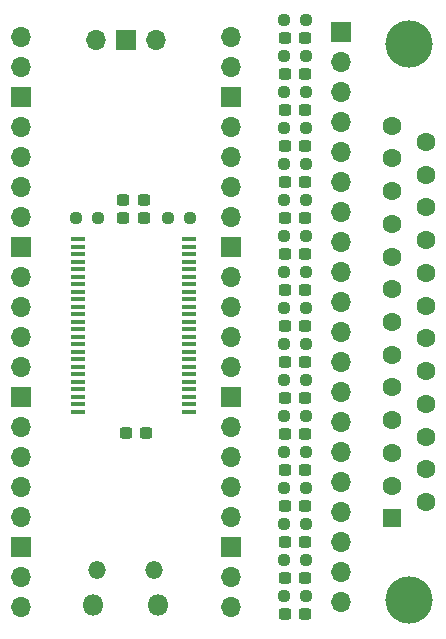
<source format=gbr>
%TF.GenerationSoftware,KiCad,Pcbnew,6.0.10-86aedd382b~118~ubuntu20.04.1*%
%TF.CreationDate,2023-01-18T18:06:03-08:00*%
%TF.ProjectId,parallel2usb,70617261-6c6c-4656-9c32-7573622e6b69,rev?*%
%TF.SameCoordinates,Original*%
%TF.FileFunction,Soldermask,Top*%
%TF.FilePolarity,Negative*%
%FSLAX46Y46*%
G04 Gerber Fmt 4.6, Leading zero omitted, Abs format (unit mm)*
G04 Created by KiCad (PCBNEW 6.0.10-86aedd382b~118~ubuntu20.04.1) date 2023-01-18 18:06:03*
%MOMM*%
%LPD*%
G01*
G04 APERTURE LIST*
G04 Aperture macros list*
%AMRoundRect*
0 Rectangle with rounded corners*
0 $1 Rounding radius*
0 $2 $3 $4 $5 $6 $7 $8 $9 X,Y pos of 4 corners*
0 Add a 4 corners polygon primitive as box body*
4,1,4,$2,$3,$4,$5,$6,$7,$8,$9,$2,$3,0*
0 Add four circle primitives for the rounded corners*
1,1,$1+$1,$2,$3*
1,1,$1+$1,$4,$5*
1,1,$1+$1,$6,$7*
1,1,$1+$1,$8,$9*
0 Add four rect primitives between the rounded corners*
20,1,$1+$1,$2,$3,$4,$5,0*
20,1,$1+$1,$4,$5,$6,$7,0*
20,1,$1+$1,$6,$7,$8,$9,0*
20,1,$1+$1,$8,$9,$2,$3,0*%
G04 Aperture macros list end*
%ADD10RoundRect,0.237500X0.300000X0.237500X-0.300000X0.237500X-0.300000X-0.237500X0.300000X-0.237500X0*%
%ADD11O,1.500000X1.500000*%
%ADD12O,1.800000X1.800000*%
%ADD13O,1.700000X1.700000*%
%ADD14R,1.700000X1.700000*%
%ADD15RoundRect,0.237500X-0.300000X-0.237500X0.300000X-0.237500X0.300000X0.237500X-0.300000X0.237500X0*%
%ADD16RoundRect,0.237500X0.250000X0.237500X-0.250000X0.237500X-0.250000X-0.237500X0.250000X-0.237500X0*%
%ADD17R,1.200000X0.400000*%
%ADD18C,1.600000*%
%ADD19R,1.600000X1.600000*%
%ADD20C,4.000000*%
%ADD21RoundRect,0.237500X-0.250000X-0.237500X0.250000X-0.237500X0.250000X0.237500X-0.250000X0.237500X0*%
G04 APERTURE END LIST*
D10*
%TO.C,C20*%
X178281500Y-110998000D03*
X176556500Y-110998000D03*
%TD*%
D11*
%TO.C,U2*%
X174105000Y-122570000D03*
X178955000Y-122570000D03*
D12*
X179255000Y-125600000D03*
X173805000Y-125600000D03*
D13*
X167640000Y-125730000D03*
X167640000Y-123190000D03*
D14*
X167640000Y-120650000D03*
D13*
X167640000Y-118110000D03*
X167640000Y-115570000D03*
X167640000Y-113030000D03*
X167640000Y-110490000D03*
D14*
X167640000Y-107950000D03*
D13*
X167640000Y-105410000D03*
X167640000Y-102870000D03*
X167640000Y-100330000D03*
X167640000Y-97790000D03*
D14*
X167640000Y-95250000D03*
D13*
X167640000Y-92710000D03*
X167640000Y-90170000D03*
X167640000Y-87630000D03*
X167640000Y-85090000D03*
D14*
X167640000Y-82550000D03*
D13*
X167640000Y-80010000D03*
X167640000Y-77470000D03*
X185420000Y-77470000D03*
X185420000Y-80010000D03*
D14*
X185420000Y-82550000D03*
D13*
X185420000Y-85090000D03*
X185420000Y-87630000D03*
X185420000Y-90170000D03*
X185420000Y-92710000D03*
D14*
X185420000Y-95250000D03*
D13*
X185420000Y-97790000D03*
X185420000Y-100330000D03*
X185420000Y-102870000D03*
X185420000Y-105410000D03*
D14*
X185420000Y-107950000D03*
D13*
X185420000Y-110490000D03*
X185420000Y-113030000D03*
X185420000Y-115570000D03*
X185420000Y-118110000D03*
D14*
X185420000Y-120650000D03*
D13*
X185420000Y-123190000D03*
X185420000Y-125730000D03*
X173990000Y-77700000D03*
D14*
X176530000Y-77700000D03*
D13*
X179070000Y-77700000D03*
%TD*%
D14*
%TO.C,J2*%
X194770000Y-77089000D03*
D13*
X194770000Y-79629000D03*
X194770000Y-82169000D03*
X194770000Y-84709000D03*
X194770000Y-87249000D03*
X194770000Y-89789000D03*
X194770000Y-92329000D03*
X194770000Y-94869000D03*
X194770000Y-97409000D03*
X194770000Y-99949000D03*
X194770000Y-102489000D03*
X194770000Y-105029000D03*
X194770000Y-107569000D03*
X194770000Y-110109000D03*
X194770000Y-112649000D03*
X194770000Y-115189000D03*
X194770000Y-117729000D03*
X194770000Y-120269000D03*
X194770000Y-122809000D03*
X194770000Y-125349000D03*
%TD*%
D10*
%TO.C,C3*%
X189992000Y-77597000D03*
X191717000Y-77597000D03*
%TD*%
D15*
%TO.C,C19*%
X178052000Y-91287600D03*
X176327000Y-91287600D03*
%TD*%
D10*
%TO.C,C16*%
X191717000Y-114173000D03*
X189992000Y-114173000D03*
%TD*%
%TO.C,C17*%
X191717000Y-120269000D03*
X189992000Y-120269000D03*
%TD*%
D16*
%TO.C,R9*%
X189945000Y-76073000D03*
X191770000Y-76073000D03*
%TD*%
D10*
%TO.C,C15*%
X191717000Y-117221000D03*
X189992000Y-117221000D03*
%TD*%
%TO.C,C12*%
X191717000Y-86741000D03*
X189992000Y-86741000D03*
%TD*%
D16*
%TO.C,R3*%
X191770000Y-94361000D03*
X189945000Y-94361000D03*
%TD*%
%TO.C,R12*%
X191770000Y-85217000D03*
X189945000Y-85217000D03*
%TD*%
D10*
%TO.C,C5*%
X191717000Y-95885000D03*
X189992000Y-95885000D03*
%TD*%
%TO.C,C11*%
X191717000Y-101981000D03*
X189992000Y-101981000D03*
%TD*%
D16*
%TO.C,R11*%
X191770000Y-82169000D03*
X189945000Y-82169000D03*
%TD*%
D17*
%TO.C,U1*%
X181864000Y-94615000D03*
X181864000Y-95250000D03*
X181864000Y-95885000D03*
X181864000Y-96520000D03*
X181864000Y-97155000D03*
X181864000Y-97790000D03*
X181864000Y-98425000D03*
X181864000Y-99060000D03*
X181864000Y-99695000D03*
X181864000Y-100330000D03*
X181864000Y-100965000D03*
X181864000Y-101600000D03*
X181864000Y-102235000D03*
X181864000Y-102870000D03*
X181864000Y-103505000D03*
X181864000Y-104140000D03*
X181864000Y-104775000D03*
X181864000Y-105410000D03*
X181864000Y-106045000D03*
X181864000Y-106680000D03*
X181864000Y-107315000D03*
X181864000Y-107950000D03*
X181864000Y-108585000D03*
X181864000Y-109220000D03*
X172464000Y-109220000D03*
X172464000Y-108585000D03*
X172464000Y-107950000D03*
X172464000Y-107315000D03*
X172464000Y-106680000D03*
X172464000Y-106045000D03*
X172464000Y-105410000D03*
X172464000Y-104775000D03*
X172464000Y-104140000D03*
X172464000Y-103505000D03*
X172464000Y-102870000D03*
X172464000Y-102235000D03*
X172464000Y-101600000D03*
X172464000Y-100965000D03*
X172464000Y-100330000D03*
X172464000Y-99695000D03*
X172464000Y-99060000D03*
X172464000Y-98425000D03*
X172464000Y-97790000D03*
X172464000Y-97155000D03*
X172464000Y-96520000D03*
X172464000Y-95885000D03*
X172464000Y-95250000D03*
X172464000Y-94615000D03*
%TD*%
D16*
%TO.C,R16*%
X191770000Y-121793000D03*
X189945000Y-121793000D03*
%TD*%
D10*
%TO.C,C2*%
X191717000Y-92837000D03*
X189992000Y-92837000D03*
%TD*%
%TO.C,C4*%
X191717000Y-105029000D03*
X189992000Y-105029000D03*
%TD*%
%TO.C,C13*%
X191717000Y-126365000D03*
X189992000Y-126365000D03*
%TD*%
%TO.C,C9*%
X191717000Y-83693000D03*
X189992000Y-83693000D03*
%TD*%
D16*
%TO.C,R8*%
X191770000Y-118745000D03*
X189945000Y-118745000D03*
%TD*%
%TO.C,R6*%
X191770000Y-106553000D03*
X189945000Y-106553000D03*
%TD*%
D18*
%TO.C,J1*%
X201928000Y-86370000D03*
X201928000Y-89140000D03*
X201928000Y-91910000D03*
X201928000Y-94680000D03*
X201928000Y-97450000D03*
X201928000Y-100220000D03*
X201928000Y-102990000D03*
X201928000Y-105760000D03*
X201928000Y-108530000D03*
X201928000Y-111300000D03*
X201928000Y-114070000D03*
X201928000Y-116840000D03*
X199088000Y-84985000D03*
X199088000Y-87755000D03*
X199088000Y-90525000D03*
X199088000Y-93295000D03*
X199088000Y-96065000D03*
X199088000Y-98835000D03*
X199088000Y-101605000D03*
X199088000Y-104375000D03*
X199088000Y-107145000D03*
X199088000Y-109915000D03*
X199088000Y-112685000D03*
X199088000Y-115455000D03*
D19*
X199088000Y-118225000D03*
D20*
X200508000Y-125155000D03*
X200508000Y-78055000D03*
%TD*%
D16*
%TO.C,R2*%
X191770000Y-91313000D03*
X189945000Y-91313000D03*
%TD*%
%TO.C,R15*%
X191770000Y-109601000D03*
X189945000Y-109601000D03*
%TD*%
D10*
%TO.C,C10*%
X191717000Y-123317000D03*
X189992000Y-123317000D03*
%TD*%
%TO.C,C8*%
X191717000Y-98933000D03*
X189992000Y-98933000D03*
%TD*%
D16*
%TO.C,R14*%
X191770000Y-103505000D03*
X189945000Y-103505000D03*
%TD*%
%TO.C,R18*%
X172362400Y-92837000D03*
X174187400Y-92837000D03*
%TD*%
%TO.C,R13*%
X191770000Y-115697000D03*
X189945000Y-115697000D03*
%TD*%
%TO.C,R10*%
X191770000Y-79121000D03*
X189945000Y-79121000D03*
%TD*%
D10*
%TO.C,C6*%
X191717000Y-80645000D03*
X189992000Y-80645000D03*
%TD*%
%TO.C,C14*%
X191717000Y-108077000D03*
X189992000Y-108077000D03*
%TD*%
%TO.C,C1*%
X191717000Y-89789000D03*
X189992000Y-89789000D03*
%TD*%
D21*
%TO.C,R19*%
X181963600Y-92837000D03*
X180138600Y-92837000D03*
%TD*%
D16*
%TO.C,R17*%
X191770000Y-124841000D03*
X189945000Y-124841000D03*
%TD*%
%TO.C,R7*%
X191770000Y-112649000D03*
X189945000Y-112649000D03*
%TD*%
D15*
%TO.C,C18*%
X178052000Y-92837000D03*
X176327000Y-92837000D03*
%TD*%
D10*
%TO.C,C7*%
X191717000Y-111125000D03*
X189992000Y-111125000D03*
%TD*%
D16*
%TO.C,R1*%
X191770000Y-88265000D03*
X189945000Y-88265000D03*
%TD*%
%TO.C,R4*%
X191770000Y-97409000D03*
X189945000Y-97409000D03*
%TD*%
%TO.C,R5*%
X191770000Y-100457000D03*
X189945000Y-100457000D03*
%TD*%
M02*

</source>
